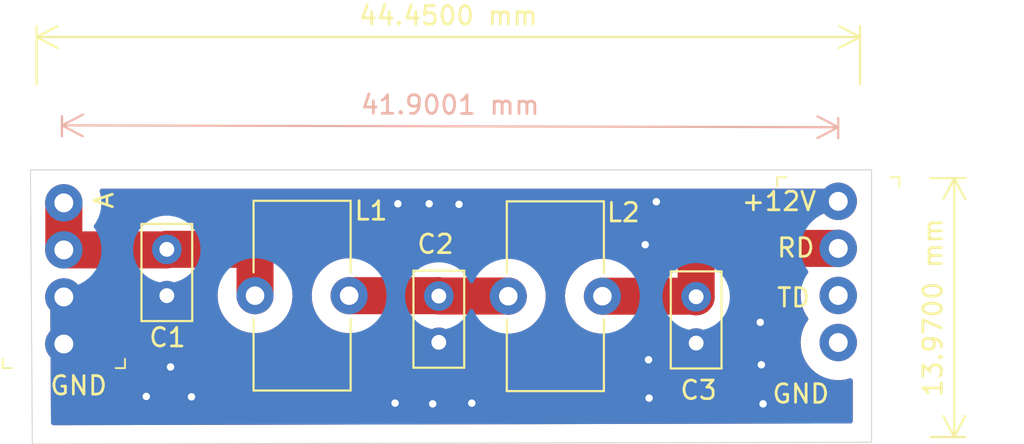
<source format=kicad_pcb>
(kicad_pcb (version 20211014) (generator pcbnew)
  (layers (0 "F.Cu" signal) (31 "B.Cu" signal) (34 "B.Paste" user) (35 "F.Paste" user) (36 "B.SilkS" user "B.Silkscreen") (37 "F.SilkS" user "F.Silkscreen") (38 "B.Mask" user) (39 "F.Mask" user) (44 "Edge.Cuts" user))
  (net 0 "")
  (net 1 "GNDPWR")
  (net 2 "Net-(C2-Pad1)")
  (net 3 "Net-(C3-Pad1)")
  (net 6 "Net-(C1-Pad1)")
  (footprint "Capacitor_THT:C_Disc_D5.0mm_W2.5mm_P2.50mm" (layer "F.Cu") (at 120.06 73.69 -90)
    (fp_text reference "C1" (at 4.76 -0.03) (layer "F.SilkS"))
    (fp_text value " 100pF")
    (fp_line (start -1.37 -1.37) (end 3.87 -1.37) (layer "F.SilkS") (width 0.12))
    (fp_line (start -1.37 -1.37) (end -1.37 1.37) (layer "F.SilkS") (width 0.12))
    (fp_line (start -1.37 1.37) (end 3.87 1.37) (layer "F.SilkS") (width 0.12))
    (fp_line (start 3.87 -1.37) (end 3.87 1.37) (layer "F.SilkS") (width 0.12))
    (pad "1" thru_hole circle locked (at 0 0 270) (size 1.6 1.6) (drill 0.8) (layers *.Cu *.Mask) (net 6 "Net-(C1-Pad1)"))
    (pad "2" thru_hole circle locked (at 2.5 0 270) (size 1.6 1.6) (drill 0.8) (layers *.Cu *.Mask) (net 1 "GNDPWR"))
  )
  (footprint "Capacitor_THT:C_Disc_D5.0mm_W2.5mm_P2.50mm" (layer "F.Cu") (at 134.74 76.21 -90)
    (fp_text reference "C2" (at -2.8 0.18 -180) (layer "F.SilkS"))
    (fp_text value "180pF")
    (fp_line (start -1.37 -1.37) (end -1.37 1.37) (layer "F.SilkS") (width 0.12))
    (fp_line (start 3.87 -1.37) (end 3.87 1.37) (layer "F.SilkS") (width 0.12))
    (fp_line (start -1.37 1.37) (end 3.87 1.37) (layer "F.SilkS") (width 0.12))
    (fp_line (start -1.37 -1.37) (end 3.87 -1.37) (layer "F.SilkS") (width 0.12))
    (pad "1" thru_hole circle locked (at 0 0 270) (size 1.6 1.6) (drill 0.8) (layers *.Cu *.Mask) (net 2 "Net-(C2-Pad1)"))
    (pad "2" thru_hole circle locked (at 2.5 0 270) (size 1.6 1.6) (drill 0.8) (layers *.Cu *.Mask) (net 1 "GNDPWR"))
  )
  (footprint "Capacitor_THT:C_Disc_D5.0mm_W2.5mm_P2.50mm" (layer "F.Cu") (at 148.63 76.25 -90)
    (fp_text reference "C3" (at 5.04 -0.13 180) (layer "F.SilkS"))
    (fp_text value " 100pF")
    (fp_line (start -1.37 -1.37) (end -1.37 1.37) (layer "F.SilkS") (width 0.12))
    (fp_line (start -1.37 1.37) (end 3.87 1.37) (layer "F.SilkS") (width 0.12))
    (fp_line (start 3.87 -1.37) (end 3.87 1.37) (layer "F.SilkS") (width 0.12))
    (fp_line (start -1.37 -1.37) (end 3.87 -1.37) (layer "F.SilkS") (width 0.12))
    (pad "1" thru_hole circle locked (at 0 0 270) (size 1.6 1.6) (drill 0.8) (layers *.Cu *.Mask) (net 3 "Net-(C3-Pad1)"))
    (pad "2" thru_hole circle locked (at 2.5 0 270) (size 1.6 1.6) (drill 0.8) (layers *.Cu *.Mask) (net 1 "GNDPWR"))
  )
  (footprint "digikey-footprints:PinHeader_1x4_P2.54mm_Drill1.02mm" (layer "F.Cu") (at 114.5 78.8 90)
    (fp_text reference "J1" hide)
    (fp_text value "Antenna" hide)
    (fp_line (start -1.3 -3.3) (end -0.8 -3.3) (layer "F.SilkS") (width 0.1))
    (fp_line (start -1.3 3.3) (end -0.8 3.3) (layer "F.SilkS") (width 0.1))
    (fp_line (start -1.3 3.3) (end -1.3 2.8) (layer "F.SilkS") (width 0.1))
    (fp_line (start -1.3 -3.3) (end -1.3 -2.8) (layer "F.SilkS") (width 0.1))
    (pad "1" thru_hole circle locked (at 0 0 90) (size 2.02 2.02) (drill 1.02) (layers *.Cu *.Mask) (net 1 "GNDPWR"))
    (pad "2" thru_hole circle locked (at 2.54 0 90) (size 2.02 2.02) (drill 1.02) (layers *.Cu *.Mask) (net 1 "GNDPWR"))
    (pad "3" thru_hole circle locked (at 5.08 0 90) (size 2.02 2.02) (drill 1.02) (layers *.Cu *.Mask) (net 6 "Net-(C1-Pad1)"))
    (pad "4" thru_hole circle locked (at 7.62 0 90) (size 2.02 2.02) (drill 1.02) (layers *.Cu *.Mask) (net 6 "Net-(C1-Pad1)"))
  )
  (footprint "digikey-footprints:PinHeader_1x4_P2.54mm_Drill1.02mm" (layer "F.Cu") (at 156.3 71.1 -90)
    (fp_text reference "J2" hide)
    (fp_text value "input" hide)
    (fp_line (start -1.3 -3.3) (end -0.8 -3.3) (layer "F.SilkS") (width 0.1))
    (fp_line (start -1.3 -3.3) (end -1.3 -2.8) (layer "F.SilkS") (width 0.1))
    (fp_line (start -1.3 3.3) (end -0.8 3.3) (layer "F.SilkS") (width 0.1))
    (fp_line (start -1.3 3.3) (end -1.3 2.8) (layer "F.SilkS") (width 0.1))
    (pad "1" thru_hole circle locked (at 0 0 270) (size 2.02 2.02) (drill 1.02) (layers *.Cu *.Mask) (net 1 "GNDPWR"))
    (pad "2" thru_hole circle locked (at 2.54 0 270) (size 2.02 2.02) (drill 1.02) (layers *.Cu *.Mask) (net 3 "Net-(C3-Pad1)"))
    (pad "3" thru_hole circle locked (at 5.08 0 270) (size 2.02 2.02) (drill 1.02) (layers *.Cu *.Mask))
    (pad "4" thru_hole circle locked (at 7.62 0 270) (size 2.02 2.02) (drill 1.02) (layers *.Cu *.Mask))
  )
  (footprint "Inductor_THT:L_Toroid_Vertical_L10.0mm_W5.0mm_P5.08mm" (layer "F.Cu") (at 124.82 76.19 90)
    (fp_text reference "L1" (at 4.58 6.26 180) (layer "F.SilkS"))
    (fp_text value " 330nH")
    (fp_line (start -5.12 5.16) (end -1.255 5.16) (layer "F.SilkS") (width 0.12))
    (fp_line (start 1.255 5.16) (end 5.12 5.16) (layer "F.SilkS") (width 0.12))
    (fp_line (start -5.12 -0.08) (end -1.255 -0.08) (layer "F.SilkS") (width 0.12))
    (fp_line (start 1.255 -0.08) (end 5.12 -0.08) (layer "F.SilkS") (width 0.12))
    (fp_line (start -5.12 -0.08) (end -5.12 5.16) (layer "F.SilkS") (width 0.12))
    (fp_line (start 5.12 -0.08) (end 5.12 5.16) (layer "F.SilkS") (width 0.12))
    (pad "1" thru_hole circle locked (at 0 0 90) (size 2 2) (drill 1) (layers *.Cu *.Mask) (net 6 "Net-(C1-Pad1)"))
    (pad "2" thru_hole circle locked (at 0 5.08 90) (size 2 2) (drill 1) (layers *.Cu *.Mask) (net 2 "Net-(C2-Pad1)"))
  )
  (footprint "Inductor_THT:L_Toroid_Vertical_L10.0mm_W5.0mm_P5.08mm" (layer "F.Cu") (at 138.49 76.22 90)
    (fp_text reference "L2" (at 4.52 6.21 180) (layer "F.SilkS"))
    (fp_text value " 330nH")
    (fp_line (start -5.12 5.16) (end -1.255 5.16) (layer "F.SilkS") (width 0.12))
    (fp_line (start 1.255 -0.08) (end 5.12 -0.08) (layer "F.SilkS") (width 0.12))
    (fp_line (start 1.255 5.16) (end 5.12 5.16) (layer "F.SilkS") (width 0.12))
    (fp_line (start -5.12 -0.08) (end -5.12 5.16) (layer "F.SilkS") (width 0.12))
    (fp_line (start -5.12 -0.08) (end -1.255 -0.08) (layer "F.SilkS") (width 0.12))
    (fp_line (start 5.12 -0.08) (end 5.12 5.16) (layer "F.SilkS") (width 0.12))
    (pad "1" thru_hole circle locked (at 0 0 90) (size 2 2) (drill 1) (layers *.Cu *.Mask) (net 2 "Net-(C2-Pad1)"))
    (pad "2" thru_hole circle locked (at 0 5.08 90) (size 2 2) (drill 1) (layers *.Cu *.Mask) (net 3 "Net-(C3-Pad1)"))
  )
  (gr_line (start 112.8 84.2) (end 112.7 69.4) (layer "Edge.Cuts") (width 0.05))
  (gr_line (start 158.1 69.4) (end 158.1 84.1) (layer "Edge.Cuts") (width 0.05))
  (gr_line (start 112.7 69.4) (end 158.1 69.4) (layer "Edge.Cuts") (width 0.05))
  (gr_line (start 158.1 84.1) (end 112.8 84.2) (layer "Edge.Cuts") (width 0.05))
  (gr_text "+12V" (at 153.1 71.1) (layer "F.SilkS") (effects (font (size 1 1))))
  (gr_text "GND" (at 115.3 81.05) (layer "F.SilkS") (effects (font (size 1 1))))
  (gr_text "GND" (at 154.28 81.49) (layer "F.SilkS") (effects (font (size 1 1))))
  (gr_text "TD" (at 153.89 76.3) (layer "F.SilkS") (effects (font (size 1 1))))
  (gr_text "RD" (at 154.01 73.61) (layer "F.SilkS") (effects (font (size 1 1))))
  (gr_text "A" (at 116.66 71.05 90) (layer "F.SilkS") (effects (font (size 1 1))))
  (dimension (type aligned) (layer "B.SilkS") (pts (xy 156.3 66.6) (xy 114.4 66.5)) (height -0.498566) (gr_text "41.9001 mm" (at 135.351555 65.898568 -0.1367438442) (layer "B.SilkS") (effects (font (size 1 1) (thickness 0.15)))) (format (units 2) (units_format 1) (precision 4)) (style (thickness 0.12) (arrow_length 1.27) (text_position_mode 0) (extension_height 0.58642) (extension_offset 0) keep_text_aligned))
  (dimension (type aligned) (layer "F.SilkS") (pts (xy 161.29 83.82) (xy 161.29 69.85)) (height 1.27) (gr_text "13.9700 mm" (at 161.41 76.835 90) (layer "F.SilkS") (effects (font (size 1 1) (thickness 0.15)))) (format (units 2) (units_format 1) (precision 4)) (style (thickness 0.12) (arrow_length 1.27) (text_position_mode 0) (extension_height 0.58642) (extension_offset 0) keep_text_aligned))
  (dimension (type aligned) (layer "F.SilkS") (pts (xy 157.48 64.77) (xy 113.03 64.77)) (height 2.54) (gr_text "44.4500 mm" (at 135.255 61.08) (layer "F.SilkS") (effects (font (size 1 1) (thickness 0.15)))) (format (units 2) (units_format 1) (precision 4)) (style (thickness 0.12) (arrow_length 1.27) (text_position_mode 0) (extension_height 0.58642) (extension_offset 0) keep_text_aligned))
  (via (at 145.88 73.44) (size 0.8) (drill 0.4) (layers "F.Cu" "B.Cu") (net 1))
  (via (at 132.53 71.23) (size 0.8) (drill 0.4) (layers "F.Cu" "B.Cu") (net 1))
  (via (at 136.52 81.99) (size 0.8) (drill 0.4) (layers "F.Cu" "B.Cu") (net 1))
  (via (at 120.26 80.04) (size 0.8) (drill 0.4) (layers "F.Cu" "B.Cu") (net 1))
  (via (at 134.41 82.03) (size 0.8) (drill 0.4) (layers "F.Cu" "B.Cu") (net 1))
  (via (at 146.06 79.65) (size 0.8) (drill 0.4) (layers "F.Cu" "B.Cu") (net 1))
  (via (at 135.83 71.26) (size 0.8) (drill 0.4) (layers "F.Cu" "B.Cu") (net 1))
  (via (at 118.95 81.63) (size 0.8) (drill 0.4) (layers "F.Cu" "B.Cu") (net 1))
  (via (at 134.22 71.23) (size 0.8) (drill 0.4) (layers "F.Cu" "B.Cu") (net 1))
  (via (at 152.15 79.92) (size 0.8) (drill 0.4) (layers "F.Cu" "B.Cu") (net 1))
  (via (at 121.39 81.65) (size 0.8) (drill 0.4) (layers "F.Cu" "B.Cu") (net 1))
  (via (at 152.24 82.03) (size 0.8) (drill 0.4) (layers "F.Cu" "B.Cu") (net 1))
  (via (at 132.38 81.99) (size 0.8) (drill 0.4) (layers "F.Cu" "B.Cu") (net 1))
  (via (at 152.09 77.63) (size 0.8) (drill 0.4) (layers "F.Cu" "B.Cu") (net 1))
  (via (at 146.48 71.12) (size 0.8) (drill 0.4) (layers "F.Cu" "B.Cu") (net 1))
  (via (at 146.09 81.72) (size 0.8) (drill 0.4) (layers "F.Cu" "B.Cu") (net 1))
  (segment (start 134.72 76.19) (end 134.74 76.21) (width 2) (layer "F.Cu") (net 2))
  (segment (start 134.74 76.21) (end 138.48 76.21) (width 2) (layer "F.Cu") (net 2))
  (segment (start 138.48 76.21) (end 138.49 76.22) (width 2) (layer "F.Cu") (net 2))
  (segment (start 129.9 76.19) (end 134.72 76.19) (width 2) (layer "F.Cu") (net 2))
  (segment (start 156.3 73.64) (end 149.03 73.64) (width 2) (layer "F.Cu") (net 3))
  (segment (start 143.57 76.22) (end 148.6 76.22) (width 2) (layer "F.Cu") (net 3))
  (segment (start 148.6 76.22) (end 148.63 76.25) (width 2) (layer "F.Cu") (net 3))
  (segment (start 148.63 74.04) (end 148.63 76.25) (width 2) (layer "F.Cu") (net 3))
  (segment (start 149.03 73.64) (end 148.63 74.04) (width 2) (layer "F.Cu") (net 3))
  (segment (start 114.5 73.72) (end 114.5 71.18) (width 2) (layer "F.Cu") (net 6))
  (segment (start 114.5 73.72) (end 120.03 73.72) (width 2) (layer "F.Cu") (net 6))
  (segment (start 124.82 76.19) (end 124.82 74.07) (width 2) (layer "F.Cu") (net 6))
  (segment (start 124.44 73.69) (end 120.06 73.69) (width 2) (layer "F.Cu") (net 6))
  (segment (start 120.03 73.72) (end 120.06 73.69) (width 2) (layer "F.Cu") (net 6))
  (segment (start 124.82 74.07) (end 124.44 73.69) (width 2) (layer "F.Cu") (net 6))
  (zone (net 1) (net_name "GNDPWR") (layer "F.Cu") (connect_pads yes (clearance 1.016)) (min_thickness 0.254) (fill yes (thermal_gap 0.508) (thermal_bridge_width 0.508))
    (polygon (pts (xy 112.71 69.39) (xy 158.1 69.39) (xy 158.09 84.08) (xy 112.77 84.18) (xy 112.7 69.36)))
  )
  (zone (net 1) (net_name "GNDPWR") (layer "B.Cu") (connect_pads yes (clearance 1.016)) (min_thickness 0.254) (fill yes (thermal_gap 0.508) (thermal_bridge_width 0.508))
    (polygon (pts (xy 158.11 69.41) (xy 158.08 84.09) (xy 112.8 84.2) (xy 112.72 69.4) (xy 112.73 69.39)))
  )
)
</source>
